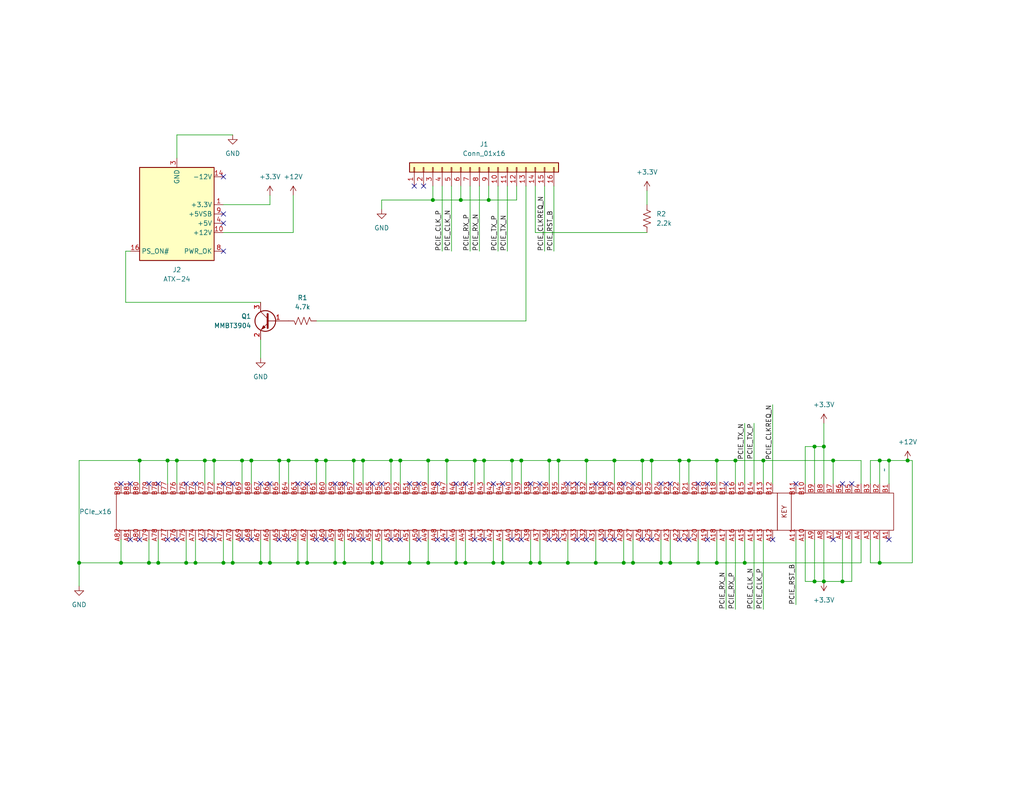
<source format=kicad_sch>
(kicad_sch (version 20230121) (generator eeschema)
  (paper "USLetter")
  (title_block (title "RPI 5 PCIE"))
  (lib_symbols
    (symbol "Connector:ATX-24"
      (property "Reference" "J" (at -8.89 13.97 0))
      (property "Value" "ATX-24" (at 6.35 13.97 0))
      (symbol "ATX-24_0_1"
        (rectangle (start -10.16 12.7) (end 10.16 -12.7) (stroke (width 0.254)) (fill (type background)))
      )
      (symbol "ATX-24_1_1"
        (pin power_out line (at 12.7 -2.54 180) (length 2.54) (name "+3.3V") (number "1"))
        (pin power_out line (at 12.7 5.08 180) (length 2.54) (name "+12V") (number "10"))
        (pin passive line (at 12.7 5.08 180) (length 2.54) hide (name "+12V") (number "11"))
        (pin passive line (at 12.7 -2.54 180) (length 2.54) hide (name "+3.3V") (number "12"))
        (pin passive line (at 12.7 -2.54 180) (length 2.54) hide (name "+3.3V") (number "13"))
        (pin power_out line (at 12.7 -10.16 180) (length 2.54) (name "-12V") (number "14"))
        (pin passive line (at 0 -15.24 90) (length 2.54) hide (name "GND") (number "15"))
        (pin open_collector line (at -12.7 10.16 0) (length 2.54) (name "PS_ON#") (number "16"))
        (pin passive line (at 0 -15.24 90) (length 2.54) hide (name "GND") (number "17"))
        (pin passive line (at 0 -15.24 90) (length 2.54) hide (name "GND") (number "18"))
        (pin passive line (at 0 -15.24 90) (length 2.54) hide (name "GND") (number "19"))
        (pin passive line (at 12.7 -2.54 180) (length 2.54) hide (name "+3.3V") (number "2"))
        (pin no_connect line (at -10.16 0 0) (length 2.54) hide (name "NC") (number "20"))
        (pin passive line (at 12.7 2.54 180) (length 2.54) hide (name "+5V") (number "21"))
        (pin passive line (at 12.7 2.54 180) (length 2.54) hide (name "+5V") (number "22"))
        (pin passive line (at 12.7 2.54 180) (length 2.54) hide (name "+5V") (number "23"))
        (pin passive line (at 0 -15.24 90) (length 2.54) hide (name "GND") (number "24"))
        (pin power_out line (at 0 -15.24 90) (length 2.54) (name "GND") (number "3"))
        (pin power_out line (at 12.7 2.54 180) (length 2.54) (name "+5V") (number "4"))
        (pin passive line (at 0 -15.24 90) (length 2.54) hide (name "GND") (number "5"))
        (pin passive line (at 12.7 2.54 180) (length 2.54) hide (name "+5V") (number "6"))
        (pin passive line (at 0 -15.24 90) (length 2.54) hide (name "GND") (number "7"))
        (pin output line (at 12.7 10.16 180) (length 2.54) (name "PWR_OK") (number "8"))
        (pin power_out line (at 12.7 0 180) (length 2.54) (name "+5VSB") (number "9"))
      )
    )
    (symbol "Connector_Generic:Conn_01x16" (pin_names (offset 1.016) hide)
      (property "Reference" "J" (at 0 20.32 0))
      (property "Value" "Conn_01x16" (at 0 -22.86 0))
      (symbol "Conn_01x16_1_1"
        (rectangle (start -1.27 -20.193) (end 0 -20.447) (stroke (width 0.1524)))
        (rectangle (start -1.27 -17.653) (end 0 -17.907) (stroke (width 0.1524)))
        (rectangle (start -1.27 -15.113) (end 0 -15.367) (stroke (width 0.1524)))
        (rectangle (start -1.27 -12.573) (end 0 -12.827) (stroke (width 0.1524)))
        (rectangle (start -1.27 -10.033) (end 0 -10.287) (stroke (width 0.1524)))
        (rectangle (start -1.27 -7.493) (end 0 -7.747) (stroke (width 0.1524)))
        (rectangle (start -1.27 -4.953) (end 0 -5.207) (stroke (width 0.1524)))
        (rectangle (start -1.27 -2.413) (end 0 -2.667) (stroke (width 0.1524)))
        (rectangle (start -1.27 0.127) (end 0 -0.127) (stroke (width 0.1524)))
        (rectangle (start -1.27 2.667) (end 0 2.413) (stroke (width 0.1524)))
        (rectangle (start -1.27 5.207) (end 0 4.953) (stroke (width 0.1524)))
        (rectangle (start -1.27 7.747) (end 0 7.493) (stroke (width 0.1524)))
        (rectangle (start -1.27 10.287) (end 0 10.033) (stroke (width 0.1524)))
        (rectangle (start -1.27 12.827) (end 0 12.573) (stroke (width 0.1524)))
        (rectangle (start -1.27 15.367) (end 0 15.113) (stroke (width 0.1524)))
        (rectangle (start -1.27 17.907) (end 0 17.653) (stroke (width 0.1524)))
        (rectangle (start -1.27 19.05) (end 1.27 -21.59) (stroke (width 0.254)) (fill (type background)))
        (pin passive line (at -5.08 17.78 0) (length 3.81) (name "Pin_1") (number "1"))
        (pin passive line (at -5.08 -5.08 0) (length 3.81) (name "Pin_10") (number "10"))
        (pin passive line (at -5.08 -7.62 0) (length 3.81) (name "Pin_11") (number "11"))
        (pin passive line (at -5.08 -10.16 0) (length 3.81) (name "Pin_12") (number "12"))
        (pin passive line (at -5.08 -12.7 0) (length 3.81) (name "Pin_13") (number "13"))
        (pin passive line (at -5.08 -15.24 0) (length 3.81) (name "Pin_14") (number "14"))
        (pin passive line (at -5.08 -17.78 0) (length 3.81) (name "Pin_15") (number "15"))
        (pin passive line (at -5.08 -20.32 0) (length 3.81) (name "Pin_16") (number "16"))
        (pin passive line (at -5.08 15.24 0) (length 3.81) (name "Pin_2") (number "2"))
        (pin passive line (at -5.08 12.7 0) (length 3.81) (name "Pin_3") (number "3"))
        (pin passive line (at -5.08 10.16 0) (length 3.81) (name "Pin_4") (number "4"))
        (pin passive line (at -5.08 7.62 0) (length 3.81) (name "Pin_5") (number "5"))
        (pin passive line (at -5.08 5.08 0) (length 3.81) (name "Pin_6") (number "6"))
        (pin passive line (at -5.08 2.54 0) (length 3.81) (name "Pin_7") (number "7"))
        (pin passive line (at -5.08 0 0) (length 3.81) (name "Pin_8") (number "8"))
        (pin passive line (at -5.08 -2.54 0) (length 3.81) (name "Pin_9") (number "9"))
      )
    )
    (symbol "Device:R_US" (pin_numbers hide) (pin_names (offset 0))
      (property "Reference" "R" (at 2.54 0 90))
      (property "Value" "R_US" (at -2.54 0 90))
      (symbol "R_US_0_1"
        (polyline (pts (xy 0 -2.286) (xy 0 -2.54)))
        (polyline (pts (xy 0 2.286) (xy 0 2.54)))
        (polyline (pts (xy 0 -0.762) (xy 1.016 -1.143) (xy 0 -1.524) (xy -1.016 -1.905) (xy 0 -2.286)))
        (polyline (pts (xy 0 0.762) (xy 1.016 0.381) (xy 0 0) (xy -1.016 -0.381) (xy 0 -0.762)))
        (polyline (pts (xy 0 2.286) (xy 1.016 1.905) (xy 0 1.524) (xy -1.016 1.143) (xy 0 0.762)))
      )
      (symbol "R_US_1_1"
        (pin passive line (at 0 3.81 270) (length 1.27) (name "~") (number "1"))
        (pin passive line (at 0 -3.81 90) (length 1.27) (name "~") (number "2"))
      )
    )
    (symbol "PCIE:PCIE_x16_Unamed_Pins"
      (property "Reference" "PCIe_x16" (at 0 2.54 0))
      (symbol "PCIE_x16_Unamed_Pins_0_1"
        (rectangle (start -5.08 -30.48) (end 5.08 -210.82))
        (rectangle (start -5.08 1.27) (end 5.08 -26.67))
      )
      (symbol "PCIE_x16_Unamed_Pins_1_1"
        (text_box "KEY" (at -5.08 -26.67 0) (size 10.16 -3.81) (effects (font (size 1.27 1.27))))
        (pin input line (at 7.62 0 180) (length 2.54) (name "") (number "A1"))
        (pin input line (at 7.62 -22.86 180) (length 2.54) (name "") (number "A10"))
        (pin input line (at 7.62 -25.4 180) (length 2.54) (name "") (number "A11"))
        (pin input line (at 7.62 -31.75 180) (length 2.54) (name "") (number "A12"))
        (pin input line (at 7.62 -34.29 180) (length 2.54) (name "") (number "A13"))
        (pin input line (at 7.62 -36.83 180) (length 2.54) (name "") (number "A14"))
        (pin input line (at 7.62 -39.37 180) (length 2.54) (name "") (number "A15"))
        (pin input line (at 7.62 -41.91 180) (length 2.54) (name "") (number "A16"))
        (pin input line (at 7.62 -44.45 180) (length 2.54) (name "") (number "A17"))
        (pin input line (at 7.62 -46.99 180) (length 2.54) (name "") (number "A18"))
        (pin input line (at 7.62 -49.53 180) (length 2.54) (name "") (number "A19"))
        (pin input line (at 7.62 -2.54 180) (length 2.54) (name "") (number "A2"))
        (pin input line (at 7.62 -52.07 180) (length 2.54) (name "") (number "A20"))
        (pin input line (at 7.62 -54.61 180) (length 2.54) (name "") (number "A21"))
        (pin input line (at 7.62 -57.15 180) (length 2.54) (name "") (number "A22"))
        (pin input line (at 7.62 -59.69 180) (length 2.54) (name "") (number "A23"))
        (pin input line (at 7.62 -62.23 180) (length 2.54) (name "") (number "A24"))
        (pin input line (at 7.62 -64.77 180) (length 2.54) (name "") (number "A25"))
        (pin input line (at 7.62 -67.31 180) (length 2.54) (name "") (number "A26"))
        (pin input line (at 7.62 -69.85 180) (length 2.54) (name "") (number "A27"))
        (pin input line (at 7.62 -72.39 180) (length 2.54) (name "") (number "A28"))
        (pin input line (at 7.62 -74.93 180) (length 2.54) (name "") (number "A29"))
        (pin input line (at 7.62 -5.08 180) (length 2.54) (name "") (number "A3"))
        (pin input line (at 7.62 -77.47 180) (length 2.54) (name "") (number "A30"))
        (pin input line (at 7.62 -80.01 180) (length 2.54) (name "") (number "A31"))
        (pin input line (at 7.62 -82.55 180) (length 2.54) (name "") (number "A32"))
        (pin input line (at 7.62 -85.09 180) (length 2.54) (name "") (number "A33"))
        (pin input line (at 7.62 -87.63 180) (length 2.54) (name "") (number "A34"))
        (pin input line (at 7.62 -90.17 180) (length 2.54) (name "") (number "A35"))
        (pin input line (at 7.62 -92.71 180) (length 2.54) (name "") (number "A36"))
        (pin input line (at 7.62 -95.25 180) (length 2.54) (name "") (number "A37"))
        (pin input line (at 7.62 -97.79 180) (length 2.54) (name "") (number "A38"))
        (pin input line (at 7.62 -100.33 180) (length 2.54) (name "") (number "A39"))
        (pin input line (at 7.62 -7.62 180) (length 2.54) (name "") (number "A4"))
        (pin input line (at 7.62 -102.87 180) (length 2.54) (name "") (number "A40"))
        (pin input line (at 7.62 -105.41 180) (length 2.54) (name "") (number "A41"))
        (pin input line (at 7.62 -107.95 180) (length 2.54) (name "") (number "A42"))
        (pin input line (at 7.62 -110.49 180) (length 2.54) (name "") (number "A43"))
        (pin input line (at 7.62 -113.03 180) (length 2.54) (name "") (number "A44"))
        (pin input line (at 7.62 -115.57 180) (length 2.54) (name "") (number "A45"))
        (pin input line (at 7.62 -118.11 180) (length 2.54) (name "") (number "A46"))
        (pin input line (at 7.62 -120.65 180) (length 2.54) (name "") (number "A47"))
        (pin input line (at 7.62 -123.19 180) (length 2.54) (name "") (number "A48"))
        (pin input line (at 7.62 -125.73 180) (length 2.54) (name "") (number "A49"))
        (pin input line (at 7.62 -10.16 180) (length 2.54) (name "") (number "A5"))
        (pin input line (at 7.62 -128.27 180) (length 2.54) (name "") (number "A50"))
        (pin input line (at 7.62 -130.81 180) (length 2.54) (name "") (number "A51"))
        (pin input line (at 7.62 -133.35 180) (length 2.54) (name "") (number "A52"))
        (pin input line (at 7.62 -135.89 180) (length 2.54) (name "") (number "A53"))
        (pin input line (at 7.62 -138.43 180) (length 2.54) (name "") (number "A54"))
        (pin input line (at 7.62 -140.97 180) (length 2.54) (name "") (number "A55"))
        (pin input line (at 7.62 -143.51 180) (length 2.54) (name "") (number "A56"))
        (pin input line (at 7.62 -146.05 180) (length 2.54) (name "") (number "A57"))
        (pin input line (at 7.62 -148.59 180) (length 2.54) (name "") (number "A58"))
        (pin input line (at 7.62 -151.13 180) (length 2.54) (name "") (number "A59"))
        (pin input line (at 7.62 -12.7 180) (length 2.54) (name "") (number "A6"))
        (pin input line (at 7.62 -153.67 180) (length 2.54) (name "") (number "A60"))
        (pin input line (at 7.62 -156.21 180) (length 2.54) (name "") (number "A61"))
        (pin input line (at 7.62 -158.75 180) (length 2.54) (name "") (number "A62"))
        (pin input line (at 7.62 -161.29 180) (length 2.54) (name "") (number "A63"))
        (pin input line (at 7.62 -163.83 180) (length 2.54) (name "") (number "A64"))
        (pin input line (at 7.62 -166.37 180) (length 2.54) (name "") (number "A65"))
        (pin input line (at 7.62 -168.91 180) (length 2.54) (name "") (number "A66"))
        (pin input line (at 7.62 -171.45 180) (length 2.54) (name "") (number "A67"))
        (pin input line (at 7.62 -173.99 180) (length 2.54) (name "") (number "A68"))
        (pin input line (at 7.62 -176.53 180) (length 2.54) (name "") (number "A69"))
        (pin input line (at 7.62 -15.24 180) (length 2.54) (name "") (number "A7"))
        (pin input line (at 7.62 -179.07 180) (length 2.54) (name "") (number "A70"))
        (pin input line (at 7.62 -181.61 180) (length 2.54) (name "") (number "A71"))
        (pin input line (at 7.62 -184.15 180) (length 2.54) (name "") (number "A72"))
        (pin input line (at 7.62 -186.69 180) (length 2.54) (name "") (number "A73"))
        (pin input line (at 7.62 -189.23 180) (length 2.54) (name "") (number "A74"))
        (pin input line (at 7.62 -191.77 180) (length 2.54) (name "") (number "A75"))
        (pin input line (at 7.62 -194.31 180) (length 2.54) (name "") (number "A76"))
        (pin input line (at 7.62 -196.85 180) (length 2.54) (name "") (number "A77"))
        (pin input line (at 7.62 -199.39 180) (length 2.54) (name "") (number "A78"))
        (pin input line (at 7.62 -201.93 180) (length 2.54) (name "") (number "A79"))
        (pin input line (at 7.62 -17.78 180) (length 2.54) (name "") (number "A8"))
        (pin input line (at 7.62 -204.47 180) (length 2.54) (name "") (number "A80"))
        (pin input line (at 7.62 -207.01 180) (length 2.54) (name "") (number "A81"))
        (pin input line (at 7.62 -209.55 180) (length 2.54) (name "") (number "A82"))
        (pin input line (at 7.62 -20.32 180) (length 2.54) (name "") (number "A9"))
        (pin input line (at -7.62 0 0) (length 2.54) (name "") (number "B1"))
        (pin input line (at -7.62 -22.86 0) (length 2.54) (name "") (number "B10"))
        (pin input line (at -7.62 -25.4 0) (length 2.54) (name "") (number "B11"))
        (pin input line (at -7.62 -31.75 0) (length 2.54) (name "") (number "B12"))
        (pin input line (at -7.62 -34.29 0) (length 2.54) (name "") (number "B13"))
        (pin input line (at -7.62 -36.83 0) (length 2.54) (name "") (number "B14"))
        (pin input line (at -7.62 -39.37 0) (length 2.54) (name "") (number "B15"))
        (pin input line (at -7.62 -41.91 0) (length 2.54) (name "") (number "B16"))
        (pin input line (at -7.62 -44.45 0) (length 2.54) (name "") (number "B17"))
        (pin input line (at -7.62 -46.99 0) (length 2.54) (name "") (number "B18"))
        (pin input line (at -7.62 -49.53 0) (length 2.54) (name "") (number "B19"))
        (pin input line (at -7.62 -2.54 0) (length 2.54) (name "") (number "B2"))
        (pin input line (at -7.62 -52.07 0) (length 2.54) (name "") (number "B20"))
        (pin input line (at -7.62 -54.61 0) (length 2.54) (name "") (number "B21"))
        (pin input line (at -7.62 -57.15 0) (length 2.54) (name "") (number "B22"))
        (pin input line (at -7.62 -59.69 0) (length 2.54) (name "") (number "B23"))
        (pin input line (at -7.62 -62.23 0) (length 2.54) (name "") (number "B24"))
        (pin input line (at -7.62 -64.77 0) (length 2.54) (name "") (number "B25"))
        (pin input line (at -7.62 -67.31 0) (length 2.54) (name "") (number "B26"))
        (pin input line (at -7.62 -69.85 0) (length 2.54) (name "") (number "B27"))
        (pin input line (at -7.62 -72.39 0) (length 2.54) (name "") (number "B28"))
        (pin input line (at -7.62 -74.93 0) (length 2.54) (name "") (number "B29"))
        (pin input line (at -7.62 -5.08 0) (length 2.54) (name "") (number "B3"))
        (pin input line (at -7.62 -77.47 0) (length 2.54) (name "") (number "B30"))
        (pin input line (at -7.62 -80.01 0) (length 2.54) (name "") (number "B31"))
        (pin input line (at -7.62 -82.55 0) (length 2.54) (name "") (number "B32"))
        (pin input line (at -7.62 -85.09 0) (length 2.54) (name "") (number "B33"))
        (pin input line (at -7.62 -87.63 0) (length 2.54) (name "") (number "B34"))
        (pin input line (at -7.62 -90.17 0) (length 2.54) (name "") (number "B35"))
        (pin input line (at -7.62 -92.71 0) (length 2.54) (name "") (number "B36"))
        (pin input line (at -7.62 -95.25 0) (length 2.54) (name "") (number "B37"))
        (pin input line (at -7.62 -97.79 0) (length 2.54) (name "") (number "B38"))
        (pin input line (at -7.62 -100.33 0) (length 2.54) (name "") (number "B39"))
        (pin input line (at -7.62 -7.62 0) (length 2.54) (name "") (number "B4"))
        (pin input line (at -7.62 -102.87 0) (length 2.54) (name "") (number "B40"))
        (pin input line (at -7.62 -105.41 0) (length 2.54) (name "") (number "B41"))
        (pin input line (at -7.62 -107.95 0) (length 2.54) (name "") (number "B42"))
        (pin input line (at -7.62 -110.49 0) (length 2.54) (name "") (number "B43"))
        (pin input line (at -7.62 -113.03 0) (length 2.54) (name "") (number "B44"))
        (pin input line (at -7.62 -115.57 0) (length 2.54) (name "") (number "B45"))
        (pin input line (at -7.62 -118.11 0) (length 2.54) (name "") (number "B46"))
        (pin input line (at -7.62 -120.65 0) (length 2.54) (name "") (number "B47"))
        (pin input line (at -7.62 -123.19 0) (length 2.54) (name "") (number "B48"))
        (pin input line (at -7.62 -125.73 0) (length 2.54) (name "") (number "B49"))
        (pin input line (at -7.62 -10.16 0) (length 2.54) (name "") (number "B5"))
        (pin input line (at -7.62 -128.27 0) (length 2.54) (name "") (number "B50"))
        (pin input line (at -7.62 -130.81 0) (length 2.54) (name "") (number "B51"))
        (pin input line (at -7.62 -133.35 0) (length 2.54) (name "") (number "B52"))
        (pin input line (at -7.62 -135.89 0) (length 2.54) (name "") (number "B53"))
        (pin input line (at -7.62 -138.43 0) (length 2.54) (name "") (number "B54"))
        (pin input line (at -7.62 -140.97 0) (length 2.54) (name "") (number "B55"))
        (pin input line (at -7.62 -143.51 0) (length 2.54) (name "") (number "B56"))
        (pin input line (at -7.62 -146.05 0) (length 2.54) (name "") (number "B57"))
        (pin input line (at -7.62 -148.59 0) (length 2.54) (name "") (number "B58"))
        (pin input line (at -7.62 -151.13 0) (length 2.54) (name "") (number "B59"))
        (pin input line (at -7.62 -12.7 0) (length 2.54) (name "") (number "B6"))
        (pin input line (at -7.62 -153.67 0) (length 2.54) (name "") (number "B60"))
        (pin input line (at -7.62 -156.21 0) (length 2.54) (name "") (number "B61"))
        (pin input line (at -7.62 -158.75 0) (length 2.54) (name "") (number "B62"))
        (pin input line (at -7.62 -161.29 0) (length 2.54) (name "") (number "B63"))
        (pin input line (at -7.62 -163.83 0) (length 2.54) (name "") (number "B64"))
        (pin input line (at -7.62 -166.37 0) (length 2.54) (name "") (number "B65"))
        (pin input line (at -7.62 -168.91 0) (length 2.54) (name "") (number "B66"))
        (pin input line (at -7.62 -171.45 0) (length 2.54) (name "") (number "B67"))
        (pin input line (at -7.62 -173.99 0) (length 2.54) (name "") (number "B68"))
        (pin input line (at -7.62 -176.53 0) (length 2.54) (name "") (number "B69"))
        (pin input line (at -7.62 -15.24 0) (length 2.54) (name "") (number "B7"))
        (pin input line (at -7.62 -179.07 0) (length 2.54) (name "") (number "B70"))
        (pin input line (at -7.62 -181.61 0) (length 2.54) (name "") (number "B71"))
        (pin input line (at -7.62 -184.15 0) (length 2.54) (name "") (number "B72"))
        (pin input line (at -7.62 -186.69 0) (length 2.54) (name "") (number "B73"))
        (pin input line (at -7.62 -189.23 0) (length 2.54) (name "") (number "B74"))
        (pin input line (at -7.62 -191.77 0) (length 2.54) (name "") (number "B75"))
        (pin input line (at -7.62 -194.31 0) (length 2.54) (name "") (number "B76"))
        (pin input line (at -7.62 -196.85 0) (length 2.54) (name "") (number "B77"))
        (pin input line (at -7.62 -199.39 0) (length 2.54) (name "") (number "B78"))
        (pin input line (at -7.62 -201.93 0) (length 2.54) (name "") (number "B79"))
        (pin input line (at -7.62 -17.78 0) (length 2.54) (name "") (number "B8"))
        (pin input line (at -7.62 -204.47 0) (length 2.54) (name "") (number "B80"))
        (pin input line (at -7.62 -207.01 0) (length 2.54) (name "") (number "B81"))
        (pin input line (at -7.62 -209.55 0) (length 2.54) (name "") (number "B82"))
        (pin input line (at -7.62 -20.32 0) (length 2.54) (name "") (number "B9"))
      )
    )
    (symbol "Transistor_BJT:MMBT3904" (pin_names (offset 0) hide)
      (property "Reference" "Q" (at 5.08 1.905 0))
      (property "Value" "MMBT3904" (at 5.08 0 0))
      (symbol "MMBT3904_0_1"
        (polyline (pts (xy 0.635 0.635) (xy 2.54 2.54)))
        (polyline (pts (xy 0.635 -0.635) (xy 2.54 -2.54) (xy 2.54 -2.54)))
        (polyline (pts (xy 0.635 1.905) (xy 0.635 -1.905) (xy 0.635 -1.905)) (stroke (width 0.508)))
        (polyline (pts (xy 1.27 -1.778) (xy 1.778 -1.27) (xy 2.286 -2.286) (xy 1.27 -1.778) (xy 1.27 -1.778)) (fill (type outline)))
        (circle (center 1.27 0) (radius 2.8194) (stroke (width 0.254)))
      )
      (symbol "MMBT3904_1_1"
        (pin input line (at -5.08 0 0) (length 5.715) (name "B") (number "1"))
        (pin passive line (at 2.54 -5.08 90) (length 2.54) (name "E") (number "2"))
        (pin passive line (at 2.54 5.08 270) (length 2.54) (name "C") (number "3"))
      )
    )
    (symbol "power:+12V" (power) (pin_names (offset 0))
      (property "Value" "+12V" (at 0 3.556 0))
      (symbol "+12V_0_1"
        (polyline (pts (xy -0.762 1.27) (xy 0 2.54)))
        (polyline (pts (xy 0 0) (xy 0 2.54)))
        (polyline (pts (xy 0 2.54) (xy 0.762 1.27)))
      )
      (symbol "+12V_1_1"
        (pin power_in line (at 0 0 90) (length 0) hide (name "+12V") (number "1"))
      )
    )
    (symbol "power:+3.3V" (power) (pin_names (offset 0))
      (property "Value" "+3.3V" (at 0 3.556 0))
      (symbol "+3.3V_0_1"
        (polyline (pts (xy -0.762 1.27) (xy 0 2.54)))
        (polyline (pts (xy 0 0) (xy 0 2.54)))
        (polyline (pts (xy 0 2.54) (xy 0.762 1.27)))
      )
      (symbol "+3.3V_1_1"
        (pin power_in line (at 0 0 90) (length 0) hide (name "+3.3V") (number "1"))
      )
    )
    (symbol "power:GND" (power) (pin_names (offset 0))
      (property "Value" "GND" (at 0 -3.81 0))
      (symbol "GND_0_1"
        (polyline (pts (xy 0 0) (xy 0 -1.27) (xy 1.27 -1.27) (xy 0 -2.54) (xy -1.27 -1.27) (xy 0 -1.27)))
      )
      (symbol "GND_1_1"
        (pin power_in line (at 0 0 270) (length 0) hide (name "GND") (number "1"))
      )
    )
  )
  (junction (at 154.94 153.67))
  (junction (at 240.03 125.73))
  (junction (at 162.56 153.67))
  (junction (at 132.08 125.73))
  (junction (at 195.58 153.67))
  (junction (at 40.64 153.67))
  (junction (at 66.04 125.73))
  (junction (at 55.88 125.73))
  (junction (at 76.2 125.73))
  (junction (at 116.84 153.67))
  (junction (at 187.96 125.73))
  (junction (at 50.8 153.67))
  (junction (at 149.86 125.73))
  (junction (at 121.92 125.73))
  (junction (at 109.22 125.73))
  (junction (at 139.7 125.73))
  (junction (at 68.58 125.73))
  (junction (at 227.33 125.73))
  (junction (at 127 153.67))
  (junction (at 60.96 153.67))
  (junction (at 177.8 125.73))
  (junction (at 167.64 125.73))
  (junction (at 81.28 153.67))
  (junction (at 88.9 125.73))
  (junction (at 242.57 125.73))
  (junction (at 116.84 125.73))
  (junction (at 83.82 153.67))
  (junction (at 106.68 125.73))
  (junction (at 38.1 125.73))
  (junction (at 58.42 125.73))
  (junction (at 78.74 125.73))
  (junction (at 195.58 125.73))
  (junction (at 21.59 153.67))
  (junction (at 96.52 125.73))
  (junction (at 133.35 54.61))
  (junction (at 63.5 153.67))
  (junction (at 190.5 153.67))
  (junction (at 91.44 153.67))
  (junction (at 137.16 153.67))
  (junction (at 125.73 54.61))
  (junction (at 160.02 125.73))
  (junction (at 185.42 125.73))
  (junction (at 175.26 125.73))
  (junction (at 142.24 125.73))
  (junction (at 99.06 125.73))
  (junction (at 240.03 153.67))
  (junction (at 180.34 153.67))
  (junction (at 48.26 125.73))
  (junction (at 53.34 153.67))
  (junction (at 144.78 153.67))
  (junction (at 247.65 125.73))
  (junction (at 229.87 158.75))
  (junction (at 170.18 153.67))
  (junction (at 101.6 153.67))
  (junction (at 111.76 153.67))
  (junction (at 172.72 153.67))
  (junction (at 86.36 125.73))
  (junction (at 224.79 121.92))
  (junction (at 147.32 153.67))
  (junction (at 129.54 125.73))
  (junction (at 200.66 125.73))
  (junction (at 134.62 153.67))
  (junction (at 222.25 158.75))
  (junction (at 222.25 121.92))
  (junction (at 182.88 153.67))
  (junction (at 152.4 125.73))
  (junction (at 118.11 54.61))
  (junction (at 104.14 153.67))
  (junction (at 45.72 125.73))
  (junction (at 43.18 153.67))
  (junction (at 224.79 158.75))
  (junction (at 73.66 153.67))
  (junction (at 208.28 125.73))
  (junction (at 124.46 153.67))
  (junction (at 93.98 153.67))
  (junction (at 33.02 153.67))
  (junction (at 71.12 153.67))
  (junction (at 203.2 153.67))
  (no_connect (at 137.16 132.08))
  (no_connect (at 198.12 132.08))
  (no_connect (at 66.04 147.32))
  (no_connect (at 113.03 50.8))
  (no_connect (at 190.5 132.08))
  (no_connect (at 33.02 132.08))
  (no_connect (at 114.3 132.08))
  (no_connect (at 81.28 132.08))
  (no_connect (at 76.2 147.32))
  (no_connect (at 104.14 132.08))
  (no_connect (at 162.56 132.08))
  (no_connect (at 111.76 132.08))
  (no_connect (at 83.82 132.08))
  (no_connect (at 35.56 132.08))
  (no_connect (at 185.42 147.32))
  (no_connect (at 86.36 147.32))
  (no_connect (at 88.9 147.32))
  (no_connect (at 139.7 147.32))
  (no_connect (at 160.02 147.32))
  (no_connect (at 40.64 132.08))
  (no_connect (at 217.17 132.08))
  (no_connect (at 96.52 147.32))
  (no_connect (at 167.64 147.32))
  (no_connect (at 127 132.08))
  (no_connect (at 43.18 132.08))
  (no_connect (at 187.96 147.32))
  (no_connect (at 119.38 147.32))
  (no_connect (at 193.04 147.32))
  (no_connect (at 78.74 147.32))
  (no_connect (at 53.34 132.08))
  (no_connect (at 144.78 132.08))
  (no_connect (at 210.82 147.32))
  (no_connect (at 101.6 132.08))
  (no_connect (at 35.56 147.32))
  (no_connect (at 38.1 147.32))
  (no_connect (at 170.18 132.08))
  (no_connect (at 50.8 132.08))
  (no_connect (at 60.96 60.96))
  (no_connect (at 71.12 132.08))
  (no_connect (at 119.38 132.08))
  (no_connect (at 165.1 147.32))
  (no_connect (at 45.72 147.32))
  (no_connect (at 182.88 132.08))
  (no_connect (at 124.46 132.08))
  (no_connect (at 106.68 147.32))
  (no_connect (at 149.86 147.32))
  (no_connect (at 63.5 132.08))
  (no_connect (at 229.87 132.08))
  (no_connect (at 91.44 132.08))
  (no_connect (at 109.22 147.32))
  (no_connect (at 227.33 147.32))
  (no_connect (at 134.62 132.08))
  (no_connect (at 60.96 48.26))
  (no_connect (at 60.96 58.42))
  (no_connect (at 60.96 132.08))
  (no_connect (at 242.57 147.32))
  (no_connect (at 114.3 147.32))
  (no_connect (at 115.57 50.8))
  (no_connect (at 232.41 132.08))
  (no_connect (at 142.24 147.32))
  (no_connect (at 55.88 147.32))
  (no_connect (at 180.34 132.08))
  (no_connect (at 147.32 132.08))
  (no_connect (at 193.04 132.08))
  (no_connect (at 58.42 147.32))
  (no_connect (at 99.06 147.32))
  (no_connect (at 152.4 147.32))
  (no_connect (at 177.8 147.32))
  (no_connect (at 68.58 147.32))
  (no_connect (at 48.26 147.32))
  (no_connect (at 129.54 147.32))
  (no_connect (at 175.26 147.32))
  (no_connect (at 172.72 132.08))
  (no_connect (at 154.94 132.08))
  (no_connect (at 60.96 68.58))
  (no_connect (at 121.92 147.32))
  (no_connect (at 157.48 147.32))
  (no_connect (at 165.1 132.08))
  (no_connect (at 93.98 132.08))
  (no_connect (at 73.66 132.08))
  (no_connect (at 132.08 147.32))
  (no_connect (at 157.48 132.08))
  (wire (pts (xy 227.33 125.73) (xy 227.33 132.08)))
  (wire (pts (xy 78.74 132.08) (xy 78.74 125.73)))
  (wire (pts (xy 219.71 158.75) (xy 222.25 158.75)))
  (wire (pts (xy 40.64 153.67) (xy 40.64 147.32)))
  (wire (pts (xy 240.03 125.73) (xy 242.57 125.73)))
  (wire (pts (xy 38.1 125.73) (xy 45.72 125.73)))
  (wire (pts (xy 242.57 125.73) (xy 242.57 132.08)))
  (wire (pts (xy 48.26 36.83) (xy 63.5 36.83)))
  (wire (pts (xy 229.87 147.32) (xy 229.87 158.75)))
  (wire (pts (xy 73.66 153.67) (xy 71.12 153.67)))
  (wire (pts (xy 48.26 125.73) (xy 45.72 125.73)))
  (wire (pts (xy 143.51 87.63) (xy 143.51 50.8)))
  (wire (pts (xy 167.64 132.08) (xy 167.64 125.73)))
  (wire (pts (xy 132.08 132.08) (xy 132.08 125.73)))
  (wire (pts (xy 151.13 50.8) (xy 151.13 68.58)))
  (wire (pts (xy 137.16 147.32) (xy 137.16 153.67)))
  (wire (pts (xy 237.49 147.32) (xy 237.49 153.67)))
  (wire (pts (xy 222.25 121.92) (xy 224.79 121.92)))
  (wire (pts (xy 203.2 153.67) (xy 234.95 153.67)))
  (wire (pts (xy 43.18 153.67) (xy 40.64 153.67)))
  (wire (pts (xy 134.62 153.67) (xy 127 153.67)))
  (wire (pts (xy 43.18 147.32) (xy 43.18 153.67)))
  (wire (pts (xy 91.44 153.67) (xy 83.82 153.67)))
  (wire (pts (xy 147.32 153.67) (xy 144.78 153.67)))
  (wire (pts (xy 232.41 158.75) (xy 229.87 158.75)))
  (wire (pts (xy 121.92 125.73) (xy 116.84 125.73)))
  (wire (pts (xy 21.59 125.73) (xy 21.59 153.67)))
  (wire (pts (xy 21.59 153.67) (xy 33.02 153.67)))
  (wire (pts (xy 33.02 147.32) (xy 33.02 153.67)))
  (wire (pts (xy 60.96 63.5) (xy 80.01 63.5)))
  (wire (pts (xy 146.05 63.5) (xy 176.53 63.5)))
  (wire (pts (xy 99.06 132.08) (xy 99.06 125.73)))
  (wire (pts (xy 222.25 132.08) (xy 222.25 121.92)))
  (wire (pts (xy 81.28 153.67) (xy 73.66 153.67)))
  (wire (pts (xy 125.73 54.61) (xy 133.35 54.61)))
  (wire (pts (xy 83.82 147.32) (xy 83.82 153.67)))
  (wire (pts (xy 91.44 147.32) (xy 91.44 153.67)))
  (wire (pts (xy 237.49 153.67) (xy 240.03 153.67)))
  (wire (pts (xy 160.02 125.73) (xy 152.4 125.73)))
  (wire (pts (xy 60.96 153.67) (xy 53.34 153.67)))
  (wire (pts (xy 60.96 55.88) (xy 73.66 55.88)))
  (wire (pts (xy 78.74 125.73) (xy 76.2 125.73)))
  (wire (pts (xy 58.42 132.08) (xy 58.42 125.73)))
  (wire (pts (xy 48.26 132.08) (xy 48.26 125.73)))
  (wire (pts (xy 45.72 125.73) (xy 45.72 132.08)))
  (wire (pts (xy 170.18 153.67) (xy 162.56 153.67)))
  (wire (pts (xy 38.1 132.08) (xy 38.1 125.73)))
  (wire (pts (xy 135.89 50.8) (xy 135.89 68.58)))
  (wire (pts (xy 139.7 125.73) (xy 132.08 125.73)))
  (wire (pts (xy 195.58 153.67) (xy 203.2 153.67)))
  (wire (pts (xy 53.34 153.67) (xy 50.8 153.67)))
  (wire (pts (xy 180.34 153.67) (xy 172.72 153.67)))
  (wire (pts (xy 190.5 147.32) (xy 190.5 153.67)))
  (wire (pts (xy 68.58 125.73) (xy 76.2 125.73)))
  (wire (pts (xy 88.9 125.73) (xy 86.36 125.73)))
  (wire (pts (xy 101.6 153.67) (xy 93.98 153.67)))
  (wire (pts (xy 137.16 153.67) (xy 134.62 153.67)))
  (wire (pts (xy 185.42 132.08) (xy 185.42 125.73)))
  (wire (pts (xy 63.5 147.32) (xy 63.5 153.67)))
  (wire (pts (xy 219.71 147.32) (xy 219.71 158.75)))
  (wire (pts (xy 232.41 147.32) (xy 232.41 158.75)))
  (wire (pts (xy 88.9 132.08) (xy 88.9 125.73)))
  (wire (pts (xy 83.82 153.67) (xy 81.28 153.67)))
  (wire (pts (xy 240.03 153.67) (xy 248.92 153.67)))
  (wire (pts (xy 144.78 153.67) (xy 137.16 153.67)))
  (wire (pts (xy 152.4 132.08) (xy 152.4 125.73)))
  (wire (pts (xy 149.86 132.08) (xy 149.86 125.73)))
  (wire (pts (xy 240.03 125.73) (xy 240.03 132.08)))
  (wire (pts (xy 195.58 132.08) (xy 195.58 125.73)))
  (wire (pts (xy 154.94 147.32) (xy 154.94 153.67)))
  (wire (pts (xy 180.34 147.32) (xy 180.34 153.67)))
  (wire (pts (xy 34.29 68.58) (xy 34.29 82.55)))
  (wire (pts (xy 224.79 115.57) (xy 224.79 121.92)))
  (wire (pts (xy 200.66 125.73) (xy 195.58 125.73)))
  (wire (pts (xy 55.88 132.08) (xy 55.88 125.73)))
  (wire (pts (xy 175.26 132.08) (xy 175.26 125.73)))
  (wire (pts (xy 116.84 125.73) (xy 109.22 125.73)))
  (wire (pts (xy 234.95 125.73) (xy 227.33 125.73)))
  (wire (pts (xy 104.14 147.32) (xy 104.14 153.67)))
  (wire (pts (xy 208.28 147.32) (xy 208.28 166.37)))
  (wire (pts (xy 182.88 153.67) (xy 180.34 153.67)))
  (wire (pts (xy 118.11 54.61) (xy 104.14 54.61)))
  (wire (pts (xy 71.12 92.71) (xy 71.12 97.79)))
  (wire (pts (xy 162.56 153.67) (xy 154.94 153.67)))
  (wire (pts (xy 76.2 132.08) (xy 76.2 125.73)))
  (wire (pts (xy 154.94 153.67) (xy 147.32 153.67)))
  (wire (pts (xy 63.5 153.67) (xy 60.96 153.67)))
  (wire (pts (xy 35.56 68.58) (xy 34.29 68.58)))
  (wire (pts (xy 116.84 147.32) (xy 116.84 153.67)))
  (wire (pts (xy 229.87 158.75) (xy 224.79 158.75)))
  (wire (pts (xy 125.73 54.61) (xy 118.11 54.61)))
  (wire (pts (xy 66.04 125.73) (xy 58.42 125.73)))
  (wire (pts (xy 118.11 50.8) (xy 118.11 54.61)))
  (wire (pts (xy 148.59 50.8) (xy 148.59 68.58)))
  (wire (pts (xy 176.53 52.07) (xy 176.53 55.88)))
  (wire (pts (xy 210.82 110.49) (xy 210.82 132.08)))
  (wire (pts (xy 71.12 153.67) (xy 63.5 153.67)))
  (wire (pts (xy 195.58 147.32) (xy 195.58 153.67)))
  (wire (pts (xy 222.25 147.32) (xy 222.25 158.75)))
  (wire (pts (xy 101.6 147.32) (xy 101.6 153.67)))
  (wire (pts (xy 208.28 125.73) (xy 208.28 132.08)))
  (wire (pts (xy 124.46 153.67) (xy 116.84 153.67)))
  (wire (pts (xy 172.72 153.67) (xy 170.18 153.67)))
  (wire (pts (xy 128.27 50.8) (xy 128.27 68.58)))
  (wire (pts (xy 190.5 153.67) (xy 195.58 153.67)))
  (wire (pts (xy 58.42 125.73) (xy 55.88 125.73)))
  (wire (pts (xy 162.56 147.32) (xy 162.56 153.67)))
  (wire (pts (xy 80.01 63.5) (xy 80.01 53.34)))
  (wire (pts (xy 109.22 132.08) (xy 109.22 125.73)))
  (wire (pts (xy 130.81 50.8) (xy 130.81 68.58)))
  (wire (pts (xy 142.24 125.73) (xy 139.7 125.73)))
  (wire (pts (xy 21.59 153.67) (xy 21.59 160.02)))
  (wire (pts (xy 127 147.32) (xy 127 153.67)))
  (wire (pts (xy 240.03 147.32) (xy 240.03 153.67)))
  (wire (pts (xy 217.17 147.32) (xy 217.17 165.1)))
  (wire (pts (xy 50.8 153.67) (xy 43.18 153.67)))
  (wire (pts (xy 73.66 53.34) (xy 73.66 55.88)))
  (wire (pts (xy 106.68 125.73) (xy 99.06 125.73)))
  (wire (pts (xy 182.88 153.67) (xy 190.5 153.67)))
  (wire (pts (xy 50.8 147.32) (xy 50.8 153.67)))
  (wire (pts (xy 104.14 54.61) (xy 104.14 57.15)))
  (wire (pts (xy 146.05 50.8) (xy 146.05 63.5)))
  (wire (pts (xy 247.65 125.73) (xy 248.92 125.73)))
  (wire (pts (xy 116.84 132.08) (xy 116.84 125.73)))
  (wire (pts (xy 71.12 147.32) (xy 71.12 153.67)))
  (wire (pts (xy 205.74 115.57) (xy 205.74 132.08)))
  (wire (pts (xy 123.19 50.8) (xy 123.19 68.58)))
  (wire (pts (xy 198.12 147.32) (xy 198.12 166.37)))
  (wire (pts (xy 139.7 132.08) (xy 139.7 125.73)))
  (wire (pts (xy 134.62 147.32) (xy 134.62 153.67)))
  (wire (pts (xy 224.79 147.32) (xy 224.79 158.75)))
  (wire (pts (xy 203.2 147.32) (xy 203.2 153.67)))
  (wire (pts (xy 237.49 125.73) (xy 240.03 125.73)))
  (wire (pts (xy 177.8 125.73) (xy 175.26 125.73)))
  (wire (pts (xy 127 153.67) (xy 124.46 153.67)))
  (wire (pts (xy 222.25 158.75) (xy 224.79 158.75)))
  (wire (pts (xy 208.28 125.73) (xy 200.66 125.73)))
  (wire (pts (xy 116.84 153.67) (xy 111.76 153.67)))
  (wire (pts (xy 96.52 125.73) (xy 88.9 125.73)))
  (wire (pts (xy 242.57 125.73) (xy 247.65 125.73)))
  (wire (pts (xy 71.12 82.55) (xy 34.29 82.55)))
  (wire (pts (xy 81.28 147.32) (xy 81.28 153.67)))
  (wire (pts (xy 205.74 147.32) (xy 205.74 166.37)))
  (wire (pts (xy 248.92 125.73) (xy 248.92 153.67)))
  (wire (pts (xy 140.97 50.8) (xy 140.97 54.61)))
  (wire (pts (xy 200.66 147.32) (xy 200.66 166.37)))
  (wire (pts (xy 33.02 153.67) (xy 40.64 153.67)))
  (wire (pts (xy 234.95 132.08) (xy 234.95 125.73)))
  (wire (pts (xy 133.35 54.61) (xy 133.35 50.8)))
  (wire (pts (xy 185.42 125.73) (xy 177.8 125.73)))
  (wire (pts (xy 106.68 132.08) (xy 106.68 125.73)))
  (wire (pts (xy 124.46 147.32) (xy 124.46 153.67)))
  (wire (pts (xy 125.73 50.8) (xy 125.73 54.61)))
  (wire (pts (xy 86.36 125.73) (xy 78.74 125.73)))
  (wire (pts (xy 96.52 132.08) (xy 96.52 125.73)))
  (wire (pts (xy 219.71 132.08) (xy 219.71 121.92)))
  (wire (pts (xy 140.97 54.61) (xy 133.35 54.61)))
  (wire (pts (xy 234.95 147.32) (xy 234.95 153.67)))
  (wire (pts (xy 187.96 132.08) (xy 187.96 125.73)))
  (wire (pts (xy 182.88 147.32) (xy 182.88 153.67)))
  (wire (pts (xy 86.36 87.63) (xy 143.51 87.63)))
  (wire (pts (xy 111.76 153.67) (xy 104.14 153.67)))
  (wire (pts (xy 66.04 132.08) (xy 66.04 125.73)))
  (wire (pts (xy 73.66 147.32) (xy 73.66 153.67)))
  (wire (pts (xy 170.18 147.32) (xy 170.18 153.67)))
  (wire (pts (xy 48.26 43.18) (xy 48.26 36.83)))
  (wire (pts (xy 187.96 125.73) (xy 185.42 125.73)))
  (wire (pts (xy 86.36 132.08) (xy 86.36 125.73)))
  (wire (pts (xy 152.4 125.73) (xy 149.86 125.73)))
  (wire (pts (xy 68.58 125.73) (xy 66.04 125.73)))
  (wire (pts (xy 121.92 132.08) (xy 121.92 125.73)))
  (wire (pts (xy 200.66 132.08) (xy 200.66 125.73)))
  (wire (pts (xy 106.68 125.73) (xy 109.22 125.73)))
  (wire (pts (xy 53.34 147.32) (xy 53.34 153.67)))
  (wire (pts (xy 149.86 125.73) (xy 142.24 125.73)))
  (wire (pts (xy 129.54 132.08) (xy 129.54 125.73)))
  (wire (pts (xy 195.58 125.73) (xy 187.96 125.73)))
  (wire (pts (xy 237.49 132.08) (xy 237.49 125.73)))
  (wire (pts (xy 93.98 147.32) (xy 93.98 153.67)))
  (wire (pts (xy 144.78 147.32) (xy 144.78 153.67)))
  (wire (pts (xy 175.26 125.73) (xy 167.64 125.73)))
  (wire (pts (xy 38.1 125.73) (xy 21.59 125.73)))
  (wire (pts (xy 147.32 147.32) (xy 147.32 153.67)))
  (wire (pts (xy 99.06 125.73) (xy 96.52 125.73)))
  (wire (pts (xy 167.64 125.73) (xy 160.02 125.73)))
  (wire (pts (xy 68.58 132.08) (xy 68.58 125.73)))
  (wire (pts (xy 55.88 125.73) (xy 48.26 125.73)))
  (wire (pts (xy 142.24 132.08) (xy 142.24 125.73)))
  (wire (pts (xy 93.98 153.67) (xy 91.44 153.67)))
  (wire (pts (xy 138.43 50.8) (xy 138.43 68.58)))
  (wire (pts (xy 129.54 125.73) (xy 121.92 125.73)))
  (wire (pts (xy 208.28 125.73) (xy 227.33 125.73)))
  (wire (pts (xy 224.79 121.92) (xy 224.79 132.08)))
  (wire (pts (xy 203.2 115.57) (xy 203.2 132.08)))
  (wire (pts (xy 177.8 132.08) (xy 177.8 125.73)))
  (wire (pts (xy 111.76 147.32) (xy 111.76 153.67)))
  (wire (pts (xy 120.65 50.8) (xy 120.65 68.58)))
  (wire (pts (xy 219.71 121.92) (xy 222.25 121.92)))
  (wire (pts (xy 172.72 147.32) (xy 172.72 153.67)))
  (wire (pts (xy 132.08 125.73) (xy 129.54 125.73)))
  (wire (pts (xy 60.96 147.32) (xy 60.96 153.67)))
  (wire (pts (xy 160.02 132.08) (xy 160.02 125.73)))
  (wire (pts (xy 104.14 153.67) (xy 101.6 153.67)))
  (label "PCIE_RX_P" (at 128.27 68.58 90))
  (label "PCIE_CLK_P" (at 120.65 68.58 90))
  (label "PCIE_TX_P" (at 205.74 115.57 270))
  (label "PCIE_CLK_P" (at 208.28 166.37 90))
  (label "PCIE_RST_B" (at 151.13 68.58 90))
  (label "PCIE_RST_B" (at 217.17 165.1 90))
  (label "PCIE_RX_N" (at 198.12 166.37 90))
  (label "PCIE_CLK_N" (at 123.19 68.58 90))
  (label "PCIE_CLK_N" (at 205.74 166.37 90))
  (label "PCIE_RX_N" (at 130.81 68.58 90))
  (label "PCIE_TX_N" (at 203.2 115.57 270))
  (label "PCIE_RX_P" (at 200.66 166.37 90))
  (label "PCIE_TX_P" (at 135.89 68.58 90))
  (label "PCIE_CLKREQ_N" (at 148.59 68.58 90))
  (label "PCIE_CLKREQ_N" (at 210.82 110.49 270))
  (label "PCIE_TX_N" (at 138.43 68.58 90))
  (symbol (lib_id "Device:R_US") (at 82.55 87.63 270) (mirror x) (unit 1)
    (property "Reference" "R1" (at 82.55 81.28 90))
    (property "Value" "4.7k" (at 82.55 83.82 90))
    (property "Footprint" "Resistor_SMD:R_1206_3216Metric" (effects hide))
  )
  (symbol (lib_id "power:GND") (at 63.5 36.83 0) (unit 1)
    (property "Reference" "#PWR010" (effects hide))
    (property "Value" "GND" (at 63.5 41.91 0))
  )
  (symbol (lib_id "power:+3.3V") (at 176.53 52.07 0) (unit 1)
    (property "Reference" "#PWR09" (effects hide))
    (property "Value" "+3.3V" (at 176.53 46.99 0))
  )
  (symbol (lib_id "Device:R_US") (at 176.53 59.69 0) (unit 1)
    (property "Reference" "R2" (at 179.07 58.42 0) (effects (justify left)))
    (property "Value" "2.2k" (at 179.07 60.96 0) (effects (justify left)))
    (property "Footprint" "Resistor_SMD:R_1206_3216Metric" (effects hide))
  )
  (symbol (lib_id "power:+12V") (at 247.65 125.73 0) (unit 1)
    (property "Reference" "#PWR06" (effects hide))
    (property "Value" "+12V" (at 247.65 120.65 0))
  )
  (symbol (lib_id "Connector_Generic:Conn_01x16") (at 130.81 45.72 90) (unit 1)
    (property "Reference" "J1" (at 132.08 39.37 90))
    (property "Value" "Conn_01x16" (at 132.08 41.91 90))
    (property "Footprint" "MyConnectors:Cvilux_CF31161D0R0-05-NH" (effects hide))
  )
  (symbol (lib_id "power:+3.3V") (at 73.66 53.34 0) (mirror y) (unit 1)
    (property "Reference" "#PWR02" (effects hide))
    (property "Value" "+3.3V" (at 73.66 48.26 0))
  )
  (symbol (lib_id "Transistor_BJT:MMBT3904") (at 73.66 87.63 0) (mirror y) (unit 1)
    (property "Reference" "Q1" (at 68.58 86.36 0) (effects (justify left)))
    (property "Value" "MMBT3904" (at 68.58 88.9 0) (effects (justify left)))
    (property "Footprint" "Package_TO_SOT_SMD:SOT-23" (effects hide))
    (property "Datasheet" "https://www.onsemi.com/pdf/datasheet/pzt3904-d.pdf" (effects hide))
  )
  (symbol (lib_id "power:+12V") (at 80.01 53.34 0) (mirror y) (unit 1)
    (property "Reference" "#PWR01" (effects hide))
    (property "Value" "+12V" (at 80.01 48.26 0))
  )
  (symbol (lib_id "PCIE:PCIE_x16_Unamed_Pins") (at 242.57 139.7 270) (unit 1)
    (property "Reference" "PCIe_x16" (at 30.48 139.7 90) (effects (justify right)))
    (property "Value" "~" (at 241.3 128.27 0))
    (property "Footprint" "PCIe:PCIe x16" (effects hide))
  )
  (symbol (lib_id "Connector:ATX-24") (at 48.26 58.42 0) (mirror x) (unit 1)
    (property "Reference" "J2" (at 48.26 73.66 0))
    (property "Value" "ATX-24" (at 48.26 76.2 0))
    (property "Footprint" "Connector_Molex:Molex_Mini-Fit_Jr_5566-24A2_2x12_P4.20mm_Vertical" (effects hide))
    (property "Datasheet" "https://www.intel.com/content/dam/www/public/us/en/documents/guides/power-supply-design-guide-june.pdf#page=33" (effects hide))
  )
  (symbol (lib_id "power:GND") (at 71.12 97.79 0) (mirror y) (unit 1)
    (property "Reference" "#PWR03" (effects hide))
    (property "Value" "GND" (at 71.12 102.87 0))
  )
  (symbol (lib_id "power:+3.3V") (at 224.79 115.57 0) (unit 1)
    (property "Reference" "#PWR07" (effects hide))
    (property "Value" "+3.3V" (at 224.79 110.49 0))
  )
  (symbol (lib_id "power:GND") (at 104.14 57.15 0) (unit 1)
    (property "Reference" "#PWR04" (effects hide))
    (property "Value" "GND" (at 104.14 62.23 0))
  )
  (symbol (lib_id "power:GND") (at 21.59 160.02 0) (unit 1)
    (property "Reference" "#PWR05" (effects hide))
    (property "Value" "GND" (at 21.59 165.1 0))
  )
  (symbol (lib_id "power:+3.3V") (at 224.79 158.75 180) (unit 1)
    (property "Reference" "#PWR08" (effects hide))
    (property "Value" "+3.3V" (at 224.79 163.83 0))
  )
)
</source>
